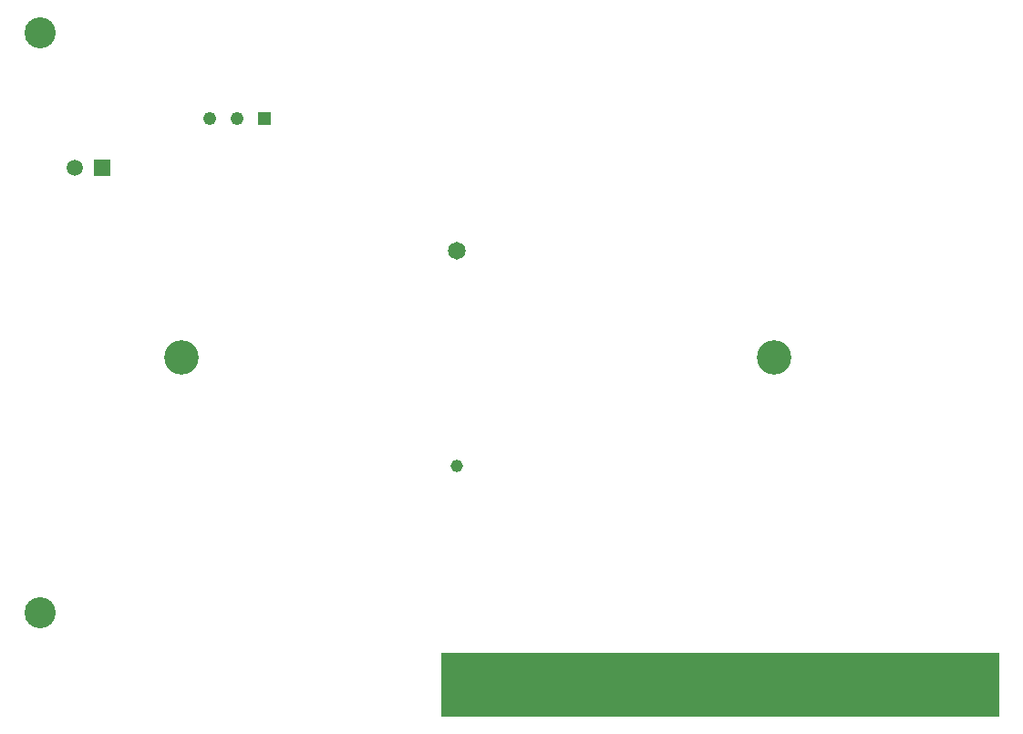
<source format=gts>
G04*
G04 #@! TF.GenerationSoftware,Altium Limited,Altium Designer,20.0.13 (296)*
G04*
G04 Layer_Color=8388736*
%FSLAX44Y44*%
%MOMM*%
G71*
G01*
G75*
%ADD12R,51.8000X5.9750*%
%ADD13R,0.7000X4.2000*%
%ADD14R,0.7000X3.2000*%
%ADD15C,1.6500*%
%ADD16C,1.1500*%
%ADD17C,1.2180*%
%ADD18R,1.2180X1.2180*%
%ADD19R,1.5000X1.5000*%
%ADD20C,1.5000*%
%ADD21C,2.8800*%
%ADD22C,3.2000*%
D12*
X706500Y27375D02*
D03*
D13*
X736500Y35000D02*
D03*
X716500D02*
D03*
X686500D02*
D03*
X756500D02*
D03*
X706500D02*
D03*
X726500D02*
D03*
X746500D02*
D03*
X766500D02*
D03*
X696500D02*
D03*
X656500D02*
D03*
X666500D02*
D03*
X676500D02*
D03*
X786500D02*
D03*
X456500D02*
D03*
X466500D02*
D03*
X536500D02*
D03*
X506500D02*
D03*
X476500D02*
D03*
X526500D02*
D03*
X486500D02*
D03*
X496500D02*
D03*
X516500D02*
D03*
X546500D02*
D03*
X556500D02*
D03*
X596500D02*
D03*
X646500D02*
D03*
X606500D02*
D03*
X626500D02*
D03*
X616500D02*
D03*
X586500D02*
D03*
X826500D02*
D03*
X896500D02*
D03*
X916500D02*
D03*
X836500D02*
D03*
X816500D02*
D03*
X796500D02*
D03*
X866500D02*
D03*
X806500D02*
D03*
X876500D02*
D03*
X886500D02*
D03*
X926500D02*
D03*
X956500D02*
D03*
X936500D02*
D03*
X906500D02*
D03*
X846500D02*
D03*
X856500D02*
D03*
D14*
X776500Y40000D02*
D03*
X636500D02*
D03*
X946500D02*
D03*
D15*
X462250Y430000D02*
D03*
D16*
Y230000D02*
D03*
D17*
X232300Y553170D02*
D03*
X257700D02*
D03*
D18*
X283100D02*
D03*
D19*
X133070Y507450D02*
D03*
D20*
X107670D02*
D03*
D21*
X75000Y93500D02*
D03*
Y632500D02*
D03*
D22*
X206520Y330520D02*
D03*
X756520D02*
D03*
M02*

</source>
